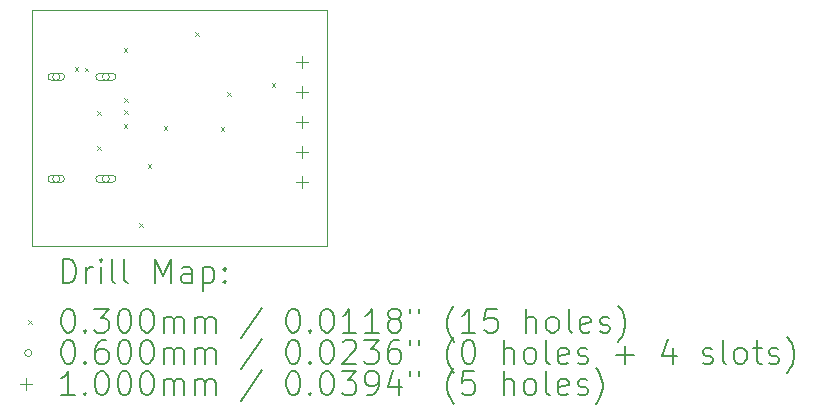
<source format=gbr>
%TF.GenerationSoftware,KiCad,Pcbnew,8.0.7*%
%TF.CreationDate,2025-01-24T00:56:13+09:00*%
%TF.ProjectId,ch340_silial_release,63683334-305f-4736-996c-69616c5f7265,rev?*%
%TF.SameCoordinates,Original*%
%TF.FileFunction,Drillmap*%
%TF.FilePolarity,Positive*%
%FSLAX45Y45*%
G04 Gerber Fmt 4.5, Leading zero omitted, Abs format (unit mm)*
G04 Created by KiCad (PCBNEW 8.0.7) date 2025-01-24 00:56:13*
%MOMM*%
%LPD*%
G01*
G04 APERTURE LIST*
%ADD10C,0.050000*%
%ADD11C,0.200000*%
%ADD12C,0.100000*%
G04 APERTURE END LIST*
D10*
X12677500Y-7000000D02*
X10177500Y-7000000D01*
X10177500Y-7000000D02*
X10177500Y-5001000D01*
X12677500Y-5000000D02*
X12677500Y-7000000D01*
X10177500Y-5000500D02*
X12677500Y-5000500D01*
D11*
D12*
X10537500Y-5487500D02*
X10567500Y-5517500D01*
X10567500Y-5487500D02*
X10537500Y-5517500D01*
X10622500Y-5492500D02*
X10652500Y-5522500D01*
X10652500Y-5492500D02*
X10622500Y-5522500D01*
X10727500Y-5860000D02*
X10757500Y-5890000D01*
X10757500Y-5860000D02*
X10727500Y-5890000D01*
X10730000Y-6157500D02*
X10760000Y-6187500D01*
X10760000Y-6157500D02*
X10730000Y-6187500D01*
X10955000Y-5325000D02*
X10985000Y-5355000D01*
X10985000Y-5325000D02*
X10955000Y-5355000D01*
X10955000Y-5971000D02*
X10985000Y-6001000D01*
X10985000Y-5971000D02*
X10955000Y-6001000D01*
X10957500Y-5750000D02*
X10987500Y-5780000D01*
X10987500Y-5750000D02*
X10957500Y-5780000D01*
X10959000Y-5851000D02*
X10989000Y-5881000D01*
X10989000Y-5851000D02*
X10959000Y-5881000D01*
X11082500Y-6810000D02*
X11112500Y-6840000D01*
X11112500Y-6810000D02*
X11082500Y-6840000D01*
X11155000Y-6310000D02*
X11185000Y-6340000D01*
X11185000Y-6310000D02*
X11155000Y-6340000D01*
X11292500Y-5987500D02*
X11322500Y-6017500D01*
X11322500Y-5987500D02*
X11292500Y-6017500D01*
X11557500Y-5190000D02*
X11587500Y-5220000D01*
X11587500Y-5190000D02*
X11557500Y-5220000D01*
X11775000Y-5996000D02*
X11805000Y-6026000D01*
X11805000Y-5996000D02*
X11775000Y-6026000D01*
X11830000Y-5697500D02*
X11860000Y-5727500D01*
X11860000Y-5697500D02*
X11830000Y-5727500D01*
X12204926Y-5622573D02*
X12234926Y-5652573D01*
X12234926Y-5622573D02*
X12204926Y-5652573D01*
X10412000Y-5569000D02*
G75*
G02*
X10352000Y-5569000I-30000J0D01*
G01*
X10352000Y-5569000D02*
G75*
G02*
X10412000Y-5569000I30000J0D01*
G01*
X10422000Y-5539000D02*
X10342000Y-5539000D01*
X10342000Y-5599000D02*
G75*
G02*
X10342000Y-5539000I0J30000D01*
G01*
X10342000Y-5599000D02*
X10422000Y-5599000D01*
X10422000Y-5599000D02*
G75*
G03*
X10422000Y-5539000I0J30000D01*
G01*
X10412000Y-6433000D02*
G75*
G02*
X10352000Y-6433000I-30000J0D01*
G01*
X10352000Y-6433000D02*
G75*
G02*
X10412000Y-6433000I30000J0D01*
G01*
X10422000Y-6403000D02*
X10342000Y-6403000D01*
X10342000Y-6463000D02*
G75*
G02*
X10342000Y-6403000I0J30000D01*
G01*
X10342000Y-6463000D02*
X10422000Y-6463000D01*
X10422000Y-6463000D02*
G75*
G03*
X10422000Y-6403000I0J30000D01*
G01*
X10832000Y-5569000D02*
G75*
G02*
X10772000Y-5569000I-30000J0D01*
G01*
X10772000Y-5569000D02*
G75*
G02*
X10832000Y-5569000I30000J0D01*
G01*
X10857000Y-5539000D02*
X10747000Y-5539000D01*
X10747000Y-5599000D02*
G75*
G02*
X10747000Y-5539000I0J30000D01*
G01*
X10747000Y-5599000D02*
X10857000Y-5599000D01*
X10857000Y-5599000D02*
G75*
G03*
X10857000Y-5539000I0J30000D01*
G01*
X10832000Y-6433000D02*
G75*
G02*
X10772000Y-6433000I-30000J0D01*
G01*
X10772000Y-6433000D02*
G75*
G02*
X10832000Y-6433000I30000J0D01*
G01*
X10857000Y-6403000D02*
X10747000Y-6403000D01*
X10747000Y-6463000D02*
G75*
G02*
X10747000Y-6403000I0J30000D01*
G01*
X10747000Y-6463000D02*
X10857000Y-6463000D01*
X10857000Y-6463000D02*
G75*
G03*
X10857000Y-6403000I0J30000D01*
G01*
X12465000Y-5391000D02*
X12465000Y-5491000D01*
X12415000Y-5441000D02*
X12515000Y-5441000D01*
X12465000Y-5645000D02*
X12465000Y-5745000D01*
X12415000Y-5695000D02*
X12515000Y-5695000D01*
X12465000Y-5899000D02*
X12465000Y-5999000D01*
X12415000Y-5949000D02*
X12515000Y-5949000D01*
X12465000Y-6153000D02*
X12465000Y-6253000D01*
X12415000Y-6203000D02*
X12515000Y-6203000D01*
X12465000Y-6407000D02*
X12465000Y-6507000D01*
X12415000Y-6457000D02*
X12515000Y-6457000D01*
D11*
X10435777Y-7313984D02*
X10435777Y-7113984D01*
X10435777Y-7113984D02*
X10483396Y-7113984D01*
X10483396Y-7113984D02*
X10511967Y-7123508D01*
X10511967Y-7123508D02*
X10531015Y-7142555D01*
X10531015Y-7142555D02*
X10540539Y-7161603D01*
X10540539Y-7161603D02*
X10550063Y-7199698D01*
X10550063Y-7199698D02*
X10550063Y-7228269D01*
X10550063Y-7228269D02*
X10540539Y-7266365D01*
X10540539Y-7266365D02*
X10531015Y-7285412D01*
X10531015Y-7285412D02*
X10511967Y-7304460D01*
X10511967Y-7304460D02*
X10483396Y-7313984D01*
X10483396Y-7313984D02*
X10435777Y-7313984D01*
X10635777Y-7313984D02*
X10635777Y-7180650D01*
X10635777Y-7218746D02*
X10645301Y-7199698D01*
X10645301Y-7199698D02*
X10654824Y-7190174D01*
X10654824Y-7190174D02*
X10673872Y-7180650D01*
X10673872Y-7180650D02*
X10692920Y-7180650D01*
X10759586Y-7313984D02*
X10759586Y-7180650D01*
X10759586Y-7113984D02*
X10750063Y-7123508D01*
X10750063Y-7123508D02*
X10759586Y-7133031D01*
X10759586Y-7133031D02*
X10769110Y-7123508D01*
X10769110Y-7123508D02*
X10759586Y-7113984D01*
X10759586Y-7113984D02*
X10759586Y-7133031D01*
X10883396Y-7313984D02*
X10864348Y-7304460D01*
X10864348Y-7304460D02*
X10854824Y-7285412D01*
X10854824Y-7285412D02*
X10854824Y-7113984D01*
X10988158Y-7313984D02*
X10969110Y-7304460D01*
X10969110Y-7304460D02*
X10959586Y-7285412D01*
X10959586Y-7285412D02*
X10959586Y-7113984D01*
X11216729Y-7313984D02*
X11216729Y-7113984D01*
X11216729Y-7113984D02*
X11283396Y-7256841D01*
X11283396Y-7256841D02*
X11350062Y-7113984D01*
X11350062Y-7113984D02*
X11350062Y-7313984D01*
X11531015Y-7313984D02*
X11531015Y-7209222D01*
X11531015Y-7209222D02*
X11521491Y-7190174D01*
X11521491Y-7190174D02*
X11502443Y-7180650D01*
X11502443Y-7180650D02*
X11464348Y-7180650D01*
X11464348Y-7180650D02*
X11445301Y-7190174D01*
X11531015Y-7304460D02*
X11511967Y-7313984D01*
X11511967Y-7313984D02*
X11464348Y-7313984D01*
X11464348Y-7313984D02*
X11445301Y-7304460D01*
X11445301Y-7304460D02*
X11435777Y-7285412D01*
X11435777Y-7285412D02*
X11435777Y-7266365D01*
X11435777Y-7266365D02*
X11445301Y-7247317D01*
X11445301Y-7247317D02*
X11464348Y-7237793D01*
X11464348Y-7237793D02*
X11511967Y-7237793D01*
X11511967Y-7237793D02*
X11531015Y-7228269D01*
X11626253Y-7180650D02*
X11626253Y-7380650D01*
X11626253Y-7190174D02*
X11645301Y-7180650D01*
X11645301Y-7180650D02*
X11683396Y-7180650D01*
X11683396Y-7180650D02*
X11702443Y-7190174D01*
X11702443Y-7190174D02*
X11711967Y-7199698D01*
X11711967Y-7199698D02*
X11721491Y-7218746D01*
X11721491Y-7218746D02*
X11721491Y-7275888D01*
X11721491Y-7275888D02*
X11711967Y-7294936D01*
X11711967Y-7294936D02*
X11702443Y-7304460D01*
X11702443Y-7304460D02*
X11683396Y-7313984D01*
X11683396Y-7313984D02*
X11645301Y-7313984D01*
X11645301Y-7313984D02*
X11626253Y-7304460D01*
X11807205Y-7294936D02*
X11816729Y-7304460D01*
X11816729Y-7304460D02*
X11807205Y-7313984D01*
X11807205Y-7313984D02*
X11797682Y-7304460D01*
X11797682Y-7304460D02*
X11807205Y-7294936D01*
X11807205Y-7294936D02*
X11807205Y-7313984D01*
X11807205Y-7190174D02*
X11816729Y-7199698D01*
X11816729Y-7199698D02*
X11807205Y-7209222D01*
X11807205Y-7209222D02*
X11797682Y-7199698D01*
X11797682Y-7199698D02*
X11807205Y-7190174D01*
X11807205Y-7190174D02*
X11807205Y-7209222D01*
D12*
X10145000Y-7627500D02*
X10175000Y-7657500D01*
X10175000Y-7627500D02*
X10145000Y-7657500D01*
D11*
X10473872Y-7533984D02*
X10492920Y-7533984D01*
X10492920Y-7533984D02*
X10511967Y-7543508D01*
X10511967Y-7543508D02*
X10521491Y-7553031D01*
X10521491Y-7553031D02*
X10531015Y-7572079D01*
X10531015Y-7572079D02*
X10540539Y-7610174D01*
X10540539Y-7610174D02*
X10540539Y-7657793D01*
X10540539Y-7657793D02*
X10531015Y-7695888D01*
X10531015Y-7695888D02*
X10521491Y-7714936D01*
X10521491Y-7714936D02*
X10511967Y-7724460D01*
X10511967Y-7724460D02*
X10492920Y-7733984D01*
X10492920Y-7733984D02*
X10473872Y-7733984D01*
X10473872Y-7733984D02*
X10454824Y-7724460D01*
X10454824Y-7724460D02*
X10445301Y-7714936D01*
X10445301Y-7714936D02*
X10435777Y-7695888D01*
X10435777Y-7695888D02*
X10426253Y-7657793D01*
X10426253Y-7657793D02*
X10426253Y-7610174D01*
X10426253Y-7610174D02*
X10435777Y-7572079D01*
X10435777Y-7572079D02*
X10445301Y-7553031D01*
X10445301Y-7553031D02*
X10454824Y-7543508D01*
X10454824Y-7543508D02*
X10473872Y-7533984D01*
X10626253Y-7714936D02*
X10635777Y-7724460D01*
X10635777Y-7724460D02*
X10626253Y-7733984D01*
X10626253Y-7733984D02*
X10616729Y-7724460D01*
X10616729Y-7724460D02*
X10626253Y-7714936D01*
X10626253Y-7714936D02*
X10626253Y-7733984D01*
X10702444Y-7533984D02*
X10826253Y-7533984D01*
X10826253Y-7533984D02*
X10759586Y-7610174D01*
X10759586Y-7610174D02*
X10788158Y-7610174D01*
X10788158Y-7610174D02*
X10807205Y-7619698D01*
X10807205Y-7619698D02*
X10816729Y-7629222D01*
X10816729Y-7629222D02*
X10826253Y-7648269D01*
X10826253Y-7648269D02*
X10826253Y-7695888D01*
X10826253Y-7695888D02*
X10816729Y-7714936D01*
X10816729Y-7714936D02*
X10807205Y-7724460D01*
X10807205Y-7724460D02*
X10788158Y-7733984D01*
X10788158Y-7733984D02*
X10731015Y-7733984D01*
X10731015Y-7733984D02*
X10711967Y-7724460D01*
X10711967Y-7724460D02*
X10702444Y-7714936D01*
X10950063Y-7533984D02*
X10969110Y-7533984D01*
X10969110Y-7533984D02*
X10988158Y-7543508D01*
X10988158Y-7543508D02*
X10997682Y-7553031D01*
X10997682Y-7553031D02*
X11007205Y-7572079D01*
X11007205Y-7572079D02*
X11016729Y-7610174D01*
X11016729Y-7610174D02*
X11016729Y-7657793D01*
X11016729Y-7657793D02*
X11007205Y-7695888D01*
X11007205Y-7695888D02*
X10997682Y-7714936D01*
X10997682Y-7714936D02*
X10988158Y-7724460D01*
X10988158Y-7724460D02*
X10969110Y-7733984D01*
X10969110Y-7733984D02*
X10950063Y-7733984D01*
X10950063Y-7733984D02*
X10931015Y-7724460D01*
X10931015Y-7724460D02*
X10921491Y-7714936D01*
X10921491Y-7714936D02*
X10911967Y-7695888D01*
X10911967Y-7695888D02*
X10902444Y-7657793D01*
X10902444Y-7657793D02*
X10902444Y-7610174D01*
X10902444Y-7610174D02*
X10911967Y-7572079D01*
X10911967Y-7572079D02*
X10921491Y-7553031D01*
X10921491Y-7553031D02*
X10931015Y-7543508D01*
X10931015Y-7543508D02*
X10950063Y-7533984D01*
X11140539Y-7533984D02*
X11159586Y-7533984D01*
X11159586Y-7533984D02*
X11178634Y-7543508D01*
X11178634Y-7543508D02*
X11188158Y-7553031D01*
X11188158Y-7553031D02*
X11197682Y-7572079D01*
X11197682Y-7572079D02*
X11207205Y-7610174D01*
X11207205Y-7610174D02*
X11207205Y-7657793D01*
X11207205Y-7657793D02*
X11197682Y-7695888D01*
X11197682Y-7695888D02*
X11188158Y-7714936D01*
X11188158Y-7714936D02*
X11178634Y-7724460D01*
X11178634Y-7724460D02*
X11159586Y-7733984D01*
X11159586Y-7733984D02*
X11140539Y-7733984D01*
X11140539Y-7733984D02*
X11121491Y-7724460D01*
X11121491Y-7724460D02*
X11111967Y-7714936D01*
X11111967Y-7714936D02*
X11102444Y-7695888D01*
X11102444Y-7695888D02*
X11092920Y-7657793D01*
X11092920Y-7657793D02*
X11092920Y-7610174D01*
X11092920Y-7610174D02*
X11102444Y-7572079D01*
X11102444Y-7572079D02*
X11111967Y-7553031D01*
X11111967Y-7553031D02*
X11121491Y-7543508D01*
X11121491Y-7543508D02*
X11140539Y-7533984D01*
X11292920Y-7733984D02*
X11292920Y-7600650D01*
X11292920Y-7619698D02*
X11302443Y-7610174D01*
X11302443Y-7610174D02*
X11321491Y-7600650D01*
X11321491Y-7600650D02*
X11350063Y-7600650D01*
X11350063Y-7600650D02*
X11369110Y-7610174D01*
X11369110Y-7610174D02*
X11378634Y-7629222D01*
X11378634Y-7629222D02*
X11378634Y-7733984D01*
X11378634Y-7629222D02*
X11388158Y-7610174D01*
X11388158Y-7610174D02*
X11407205Y-7600650D01*
X11407205Y-7600650D02*
X11435777Y-7600650D01*
X11435777Y-7600650D02*
X11454824Y-7610174D01*
X11454824Y-7610174D02*
X11464348Y-7629222D01*
X11464348Y-7629222D02*
X11464348Y-7733984D01*
X11559586Y-7733984D02*
X11559586Y-7600650D01*
X11559586Y-7619698D02*
X11569110Y-7610174D01*
X11569110Y-7610174D02*
X11588158Y-7600650D01*
X11588158Y-7600650D02*
X11616729Y-7600650D01*
X11616729Y-7600650D02*
X11635777Y-7610174D01*
X11635777Y-7610174D02*
X11645301Y-7629222D01*
X11645301Y-7629222D02*
X11645301Y-7733984D01*
X11645301Y-7629222D02*
X11654824Y-7610174D01*
X11654824Y-7610174D02*
X11673872Y-7600650D01*
X11673872Y-7600650D02*
X11702443Y-7600650D01*
X11702443Y-7600650D02*
X11721491Y-7610174D01*
X11721491Y-7610174D02*
X11731015Y-7629222D01*
X11731015Y-7629222D02*
X11731015Y-7733984D01*
X12121491Y-7524460D02*
X11950063Y-7781603D01*
X12378634Y-7533984D02*
X12397682Y-7533984D01*
X12397682Y-7533984D02*
X12416729Y-7543508D01*
X12416729Y-7543508D02*
X12426253Y-7553031D01*
X12426253Y-7553031D02*
X12435777Y-7572079D01*
X12435777Y-7572079D02*
X12445301Y-7610174D01*
X12445301Y-7610174D02*
X12445301Y-7657793D01*
X12445301Y-7657793D02*
X12435777Y-7695888D01*
X12435777Y-7695888D02*
X12426253Y-7714936D01*
X12426253Y-7714936D02*
X12416729Y-7724460D01*
X12416729Y-7724460D02*
X12397682Y-7733984D01*
X12397682Y-7733984D02*
X12378634Y-7733984D01*
X12378634Y-7733984D02*
X12359586Y-7724460D01*
X12359586Y-7724460D02*
X12350063Y-7714936D01*
X12350063Y-7714936D02*
X12340539Y-7695888D01*
X12340539Y-7695888D02*
X12331015Y-7657793D01*
X12331015Y-7657793D02*
X12331015Y-7610174D01*
X12331015Y-7610174D02*
X12340539Y-7572079D01*
X12340539Y-7572079D02*
X12350063Y-7553031D01*
X12350063Y-7553031D02*
X12359586Y-7543508D01*
X12359586Y-7543508D02*
X12378634Y-7533984D01*
X12531015Y-7714936D02*
X12540539Y-7724460D01*
X12540539Y-7724460D02*
X12531015Y-7733984D01*
X12531015Y-7733984D02*
X12521491Y-7724460D01*
X12521491Y-7724460D02*
X12531015Y-7714936D01*
X12531015Y-7714936D02*
X12531015Y-7733984D01*
X12664348Y-7533984D02*
X12683396Y-7533984D01*
X12683396Y-7533984D02*
X12702444Y-7543508D01*
X12702444Y-7543508D02*
X12711967Y-7553031D01*
X12711967Y-7553031D02*
X12721491Y-7572079D01*
X12721491Y-7572079D02*
X12731015Y-7610174D01*
X12731015Y-7610174D02*
X12731015Y-7657793D01*
X12731015Y-7657793D02*
X12721491Y-7695888D01*
X12721491Y-7695888D02*
X12711967Y-7714936D01*
X12711967Y-7714936D02*
X12702444Y-7724460D01*
X12702444Y-7724460D02*
X12683396Y-7733984D01*
X12683396Y-7733984D02*
X12664348Y-7733984D01*
X12664348Y-7733984D02*
X12645301Y-7724460D01*
X12645301Y-7724460D02*
X12635777Y-7714936D01*
X12635777Y-7714936D02*
X12626253Y-7695888D01*
X12626253Y-7695888D02*
X12616729Y-7657793D01*
X12616729Y-7657793D02*
X12616729Y-7610174D01*
X12616729Y-7610174D02*
X12626253Y-7572079D01*
X12626253Y-7572079D02*
X12635777Y-7553031D01*
X12635777Y-7553031D02*
X12645301Y-7543508D01*
X12645301Y-7543508D02*
X12664348Y-7533984D01*
X12921491Y-7733984D02*
X12807206Y-7733984D01*
X12864348Y-7733984D02*
X12864348Y-7533984D01*
X12864348Y-7533984D02*
X12845301Y-7562555D01*
X12845301Y-7562555D02*
X12826253Y-7581603D01*
X12826253Y-7581603D02*
X12807206Y-7591127D01*
X13111967Y-7733984D02*
X12997682Y-7733984D01*
X13054825Y-7733984D02*
X13054825Y-7533984D01*
X13054825Y-7533984D02*
X13035777Y-7562555D01*
X13035777Y-7562555D02*
X13016729Y-7581603D01*
X13016729Y-7581603D02*
X12997682Y-7591127D01*
X13226253Y-7619698D02*
X13207206Y-7610174D01*
X13207206Y-7610174D02*
X13197682Y-7600650D01*
X13197682Y-7600650D02*
X13188158Y-7581603D01*
X13188158Y-7581603D02*
X13188158Y-7572079D01*
X13188158Y-7572079D02*
X13197682Y-7553031D01*
X13197682Y-7553031D02*
X13207206Y-7543508D01*
X13207206Y-7543508D02*
X13226253Y-7533984D01*
X13226253Y-7533984D02*
X13264348Y-7533984D01*
X13264348Y-7533984D02*
X13283396Y-7543508D01*
X13283396Y-7543508D02*
X13292920Y-7553031D01*
X13292920Y-7553031D02*
X13302444Y-7572079D01*
X13302444Y-7572079D02*
X13302444Y-7581603D01*
X13302444Y-7581603D02*
X13292920Y-7600650D01*
X13292920Y-7600650D02*
X13283396Y-7610174D01*
X13283396Y-7610174D02*
X13264348Y-7619698D01*
X13264348Y-7619698D02*
X13226253Y-7619698D01*
X13226253Y-7619698D02*
X13207206Y-7629222D01*
X13207206Y-7629222D02*
X13197682Y-7638746D01*
X13197682Y-7638746D02*
X13188158Y-7657793D01*
X13188158Y-7657793D02*
X13188158Y-7695888D01*
X13188158Y-7695888D02*
X13197682Y-7714936D01*
X13197682Y-7714936D02*
X13207206Y-7724460D01*
X13207206Y-7724460D02*
X13226253Y-7733984D01*
X13226253Y-7733984D02*
X13264348Y-7733984D01*
X13264348Y-7733984D02*
X13283396Y-7724460D01*
X13283396Y-7724460D02*
X13292920Y-7714936D01*
X13292920Y-7714936D02*
X13302444Y-7695888D01*
X13302444Y-7695888D02*
X13302444Y-7657793D01*
X13302444Y-7657793D02*
X13292920Y-7638746D01*
X13292920Y-7638746D02*
X13283396Y-7629222D01*
X13283396Y-7629222D02*
X13264348Y-7619698D01*
X13378634Y-7533984D02*
X13378634Y-7572079D01*
X13454825Y-7533984D02*
X13454825Y-7572079D01*
X13750063Y-7810174D02*
X13740539Y-7800650D01*
X13740539Y-7800650D02*
X13721491Y-7772079D01*
X13721491Y-7772079D02*
X13711968Y-7753031D01*
X13711968Y-7753031D02*
X13702444Y-7724460D01*
X13702444Y-7724460D02*
X13692920Y-7676841D01*
X13692920Y-7676841D02*
X13692920Y-7638746D01*
X13692920Y-7638746D02*
X13702444Y-7591127D01*
X13702444Y-7591127D02*
X13711968Y-7562555D01*
X13711968Y-7562555D02*
X13721491Y-7543508D01*
X13721491Y-7543508D02*
X13740539Y-7514936D01*
X13740539Y-7514936D02*
X13750063Y-7505412D01*
X13931015Y-7733984D02*
X13816729Y-7733984D01*
X13873872Y-7733984D02*
X13873872Y-7533984D01*
X13873872Y-7533984D02*
X13854825Y-7562555D01*
X13854825Y-7562555D02*
X13835777Y-7581603D01*
X13835777Y-7581603D02*
X13816729Y-7591127D01*
X14111968Y-7533984D02*
X14016729Y-7533984D01*
X14016729Y-7533984D02*
X14007206Y-7629222D01*
X14007206Y-7629222D02*
X14016729Y-7619698D01*
X14016729Y-7619698D02*
X14035777Y-7610174D01*
X14035777Y-7610174D02*
X14083396Y-7610174D01*
X14083396Y-7610174D02*
X14102444Y-7619698D01*
X14102444Y-7619698D02*
X14111968Y-7629222D01*
X14111968Y-7629222D02*
X14121491Y-7648269D01*
X14121491Y-7648269D02*
X14121491Y-7695888D01*
X14121491Y-7695888D02*
X14111968Y-7714936D01*
X14111968Y-7714936D02*
X14102444Y-7724460D01*
X14102444Y-7724460D02*
X14083396Y-7733984D01*
X14083396Y-7733984D02*
X14035777Y-7733984D01*
X14035777Y-7733984D02*
X14016729Y-7724460D01*
X14016729Y-7724460D02*
X14007206Y-7714936D01*
X14359587Y-7733984D02*
X14359587Y-7533984D01*
X14445301Y-7733984D02*
X14445301Y-7629222D01*
X14445301Y-7629222D02*
X14435777Y-7610174D01*
X14435777Y-7610174D02*
X14416730Y-7600650D01*
X14416730Y-7600650D02*
X14388158Y-7600650D01*
X14388158Y-7600650D02*
X14369110Y-7610174D01*
X14369110Y-7610174D02*
X14359587Y-7619698D01*
X14569110Y-7733984D02*
X14550063Y-7724460D01*
X14550063Y-7724460D02*
X14540539Y-7714936D01*
X14540539Y-7714936D02*
X14531015Y-7695888D01*
X14531015Y-7695888D02*
X14531015Y-7638746D01*
X14531015Y-7638746D02*
X14540539Y-7619698D01*
X14540539Y-7619698D02*
X14550063Y-7610174D01*
X14550063Y-7610174D02*
X14569110Y-7600650D01*
X14569110Y-7600650D02*
X14597682Y-7600650D01*
X14597682Y-7600650D02*
X14616730Y-7610174D01*
X14616730Y-7610174D02*
X14626253Y-7619698D01*
X14626253Y-7619698D02*
X14635777Y-7638746D01*
X14635777Y-7638746D02*
X14635777Y-7695888D01*
X14635777Y-7695888D02*
X14626253Y-7714936D01*
X14626253Y-7714936D02*
X14616730Y-7724460D01*
X14616730Y-7724460D02*
X14597682Y-7733984D01*
X14597682Y-7733984D02*
X14569110Y-7733984D01*
X14750063Y-7733984D02*
X14731015Y-7724460D01*
X14731015Y-7724460D02*
X14721491Y-7705412D01*
X14721491Y-7705412D02*
X14721491Y-7533984D01*
X14902444Y-7724460D02*
X14883396Y-7733984D01*
X14883396Y-7733984D02*
X14845301Y-7733984D01*
X14845301Y-7733984D02*
X14826253Y-7724460D01*
X14826253Y-7724460D02*
X14816730Y-7705412D01*
X14816730Y-7705412D02*
X14816730Y-7629222D01*
X14816730Y-7629222D02*
X14826253Y-7610174D01*
X14826253Y-7610174D02*
X14845301Y-7600650D01*
X14845301Y-7600650D02*
X14883396Y-7600650D01*
X14883396Y-7600650D02*
X14902444Y-7610174D01*
X14902444Y-7610174D02*
X14911968Y-7629222D01*
X14911968Y-7629222D02*
X14911968Y-7648269D01*
X14911968Y-7648269D02*
X14816730Y-7667317D01*
X14988158Y-7724460D02*
X15007206Y-7733984D01*
X15007206Y-7733984D02*
X15045301Y-7733984D01*
X15045301Y-7733984D02*
X15064349Y-7724460D01*
X15064349Y-7724460D02*
X15073872Y-7705412D01*
X15073872Y-7705412D02*
X15073872Y-7695888D01*
X15073872Y-7695888D02*
X15064349Y-7676841D01*
X15064349Y-7676841D02*
X15045301Y-7667317D01*
X15045301Y-7667317D02*
X15016730Y-7667317D01*
X15016730Y-7667317D02*
X14997682Y-7657793D01*
X14997682Y-7657793D02*
X14988158Y-7638746D01*
X14988158Y-7638746D02*
X14988158Y-7629222D01*
X14988158Y-7629222D02*
X14997682Y-7610174D01*
X14997682Y-7610174D02*
X15016730Y-7600650D01*
X15016730Y-7600650D02*
X15045301Y-7600650D01*
X15045301Y-7600650D02*
X15064349Y-7610174D01*
X15140539Y-7810174D02*
X15150063Y-7800650D01*
X15150063Y-7800650D02*
X15169111Y-7772079D01*
X15169111Y-7772079D02*
X15178634Y-7753031D01*
X15178634Y-7753031D02*
X15188158Y-7724460D01*
X15188158Y-7724460D02*
X15197682Y-7676841D01*
X15197682Y-7676841D02*
X15197682Y-7638746D01*
X15197682Y-7638746D02*
X15188158Y-7591127D01*
X15188158Y-7591127D02*
X15178634Y-7562555D01*
X15178634Y-7562555D02*
X15169111Y-7543508D01*
X15169111Y-7543508D02*
X15150063Y-7514936D01*
X15150063Y-7514936D02*
X15140539Y-7505412D01*
D12*
X10175000Y-7906500D02*
G75*
G02*
X10115000Y-7906500I-30000J0D01*
G01*
X10115000Y-7906500D02*
G75*
G02*
X10175000Y-7906500I30000J0D01*
G01*
D11*
X10473872Y-7797984D02*
X10492920Y-7797984D01*
X10492920Y-7797984D02*
X10511967Y-7807508D01*
X10511967Y-7807508D02*
X10521491Y-7817031D01*
X10521491Y-7817031D02*
X10531015Y-7836079D01*
X10531015Y-7836079D02*
X10540539Y-7874174D01*
X10540539Y-7874174D02*
X10540539Y-7921793D01*
X10540539Y-7921793D02*
X10531015Y-7959888D01*
X10531015Y-7959888D02*
X10521491Y-7978936D01*
X10521491Y-7978936D02*
X10511967Y-7988460D01*
X10511967Y-7988460D02*
X10492920Y-7997984D01*
X10492920Y-7997984D02*
X10473872Y-7997984D01*
X10473872Y-7997984D02*
X10454824Y-7988460D01*
X10454824Y-7988460D02*
X10445301Y-7978936D01*
X10445301Y-7978936D02*
X10435777Y-7959888D01*
X10435777Y-7959888D02*
X10426253Y-7921793D01*
X10426253Y-7921793D02*
X10426253Y-7874174D01*
X10426253Y-7874174D02*
X10435777Y-7836079D01*
X10435777Y-7836079D02*
X10445301Y-7817031D01*
X10445301Y-7817031D02*
X10454824Y-7807508D01*
X10454824Y-7807508D02*
X10473872Y-7797984D01*
X10626253Y-7978936D02*
X10635777Y-7988460D01*
X10635777Y-7988460D02*
X10626253Y-7997984D01*
X10626253Y-7997984D02*
X10616729Y-7988460D01*
X10616729Y-7988460D02*
X10626253Y-7978936D01*
X10626253Y-7978936D02*
X10626253Y-7997984D01*
X10807205Y-7797984D02*
X10769110Y-7797984D01*
X10769110Y-7797984D02*
X10750063Y-7807508D01*
X10750063Y-7807508D02*
X10740539Y-7817031D01*
X10740539Y-7817031D02*
X10721491Y-7845603D01*
X10721491Y-7845603D02*
X10711967Y-7883698D01*
X10711967Y-7883698D02*
X10711967Y-7959888D01*
X10711967Y-7959888D02*
X10721491Y-7978936D01*
X10721491Y-7978936D02*
X10731015Y-7988460D01*
X10731015Y-7988460D02*
X10750063Y-7997984D01*
X10750063Y-7997984D02*
X10788158Y-7997984D01*
X10788158Y-7997984D02*
X10807205Y-7988460D01*
X10807205Y-7988460D02*
X10816729Y-7978936D01*
X10816729Y-7978936D02*
X10826253Y-7959888D01*
X10826253Y-7959888D02*
X10826253Y-7912269D01*
X10826253Y-7912269D02*
X10816729Y-7893222D01*
X10816729Y-7893222D02*
X10807205Y-7883698D01*
X10807205Y-7883698D02*
X10788158Y-7874174D01*
X10788158Y-7874174D02*
X10750063Y-7874174D01*
X10750063Y-7874174D02*
X10731015Y-7883698D01*
X10731015Y-7883698D02*
X10721491Y-7893222D01*
X10721491Y-7893222D02*
X10711967Y-7912269D01*
X10950063Y-7797984D02*
X10969110Y-7797984D01*
X10969110Y-7797984D02*
X10988158Y-7807508D01*
X10988158Y-7807508D02*
X10997682Y-7817031D01*
X10997682Y-7817031D02*
X11007205Y-7836079D01*
X11007205Y-7836079D02*
X11016729Y-7874174D01*
X11016729Y-7874174D02*
X11016729Y-7921793D01*
X11016729Y-7921793D02*
X11007205Y-7959888D01*
X11007205Y-7959888D02*
X10997682Y-7978936D01*
X10997682Y-7978936D02*
X10988158Y-7988460D01*
X10988158Y-7988460D02*
X10969110Y-7997984D01*
X10969110Y-7997984D02*
X10950063Y-7997984D01*
X10950063Y-7997984D02*
X10931015Y-7988460D01*
X10931015Y-7988460D02*
X10921491Y-7978936D01*
X10921491Y-7978936D02*
X10911967Y-7959888D01*
X10911967Y-7959888D02*
X10902444Y-7921793D01*
X10902444Y-7921793D02*
X10902444Y-7874174D01*
X10902444Y-7874174D02*
X10911967Y-7836079D01*
X10911967Y-7836079D02*
X10921491Y-7817031D01*
X10921491Y-7817031D02*
X10931015Y-7807508D01*
X10931015Y-7807508D02*
X10950063Y-7797984D01*
X11140539Y-7797984D02*
X11159586Y-7797984D01*
X11159586Y-7797984D02*
X11178634Y-7807508D01*
X11178634Y-7807508D02*
X11188158Y-7817031D01*
X11188158Y-7817031D02*
X11197682Y-7836079D01*
X11197682Y-7836079D02*
X11207205Y-7874174D01*
X11207205Y-7874174D02*
X11207205Y-7921793D01*
X11207205Y-7921793D02*
X11197682Y-7959888D01*
X11197682Y-7959888D02*
X11188158Y-7978936D01*
X11188158Y-7978936D02*
X11178634Y-7988460D01*
X11178634Y-7988460D02*
X11159586Y-7997984D01*
X11159586Y-7997984D02*
X11140539Y-7997984D01*
X11140539Y-7997984D02*
X11121491Y-7988460D01*
X11121491Y-7988460D02*
X11111967Y-7978936D01*
X11111967Y-7978936D02*
X11102444Y-7959888D01*
X11102444Y-7959888D02*
X11092920Y-7921793D01*
X11092920Y-7921793D02*
X11092920Y-7874174D01*
X11092920Y-7874174D02*
X11102444Y-7836079D01*
X11102444Y-7836079D02*
X11111967Y-7817031D01*
X11111967Y-7817031D02*
X11121491Y-7807508D01*
X11121491Y-7807508D02*
X11140539Y-7797984D01*
X11292920Y-7997984D02*
X11292920Y-7864650D01*
X11292920Y-7883698D02*
X11302443Y-7874174D01*
X11302443Y-7874174D02*
X11321491Y-7864650D01*
X11321491Y-7864650D02*
X11350063Y-7864650D01*
X11350063Y-7864650D02*
X11369110Y-7874174D01*
X11369110Y-7874174D02*
X11378634Y-7893222D01*
X11378634Y-7893222D02*
X11378634Y-7997984D01*
X11378634Y-7893222D02*
X11388158Y-7874174D01*
X11388158Y-7874174D02*
X11407205Y-7864650D01*
X11407205Y-7864650D02*
X11435777Y-7864650D01*
X11435777Y-7864650D02*
X11454824Y-7874174D01*
X11454824Y-7874174D02*
X11464348Y-7893222D01*
X11464348Y-7893222D02*
X11464348Y-7997984D01*
X11559586Y-7997984D02*
X11559586Y-7864650D01*
X11559586Y-7883698D02*
X11569110Y-7874174D01*
X11569110Y-7874174D02*
X11588158Y-7864650D01*
X11588158Y-7864650D02*
X11616729Y-7864650D01*
X11616729Y-7864650D02*
X11635777Y-7874174D01*
X11635777Y-7874174D02*
X11645301Y-7893222D01*
X11645301Y-7893222D02*
X11645301Y-7997984D01*
X11645301Y-7893222D02*
X11654824Y-7874174D01*
X11654824Y-7874174D02*
X11673872Y-7864650D01*
X11673872Y-7864650D02*
X11702443Y-7864650D01*
X11702443Y-7864650D02*
X11721491Y-7874174D01*
X11721491Y-7874174D02*
X11731015Y-7893222D01*
X11731015Y-7893222D02*
X11731015Y-7997984D01*
X12121491Y-7788460D02*
X11950063Y-8045603D01*
X12378634Y-7797984D02*
X12397682Y-7797984D01*
X12397682Y-7797984D02*
X12416729Y-7807508D01*
X12416729Y-7807508D02*
X12426253Y-7817031D01*
X12426253Y-7817031D02*
X12435777Y-7836079D01*
X12435777Y-7836079D02*
X12445301Y-7874174D01*
X12445301Y-7874174D02*
X12445301Y-7921793D01*
X12445301Y-7921793D02*
X12435777Y-7959888D01*
X12435777Y-7959888D02*
X12426253Y-7978936D01*
X12426253Y-7978936D02*
X12416729Y-7988460D01*
X12416729Y-7988460D02*
X12397682Y-7997984D01*
X12397682Y-7997984D02*
X12378634Y-7997984D01*
X12378634Y-7997984D02*
X12359586Y-7988460D01*
X12359586Y-7988460D02*
X12350063Y-7978936D01*
X12350063Y-7978936D02*
X12340539Y-7959888D01*
X12340539Y-7959888D02*
X12331015Y-7921793D01*
X12331015Y-7921793D02*
X12331015Y-7874174D01*
X12331015Y-7874174D02*
X12340539Y-7836079D01*
X12340539Y-7836079D02*
X12350063Y-7817031D01*
X12350063Y-7817031D02*
X12359586Y-7807508D01*
X12359586Y-7807508D02*
X12378634Y-7797984D01*
X12531015Y-7978936D02*
X12540539Y-7988460D01*
X12540539Y-7988460D02*
X12531015Y-7997984D01*
X12531015Y-7997984D02*
X12521491Y-7988460D01*
X12521491Y-7988460D02*
X12531015Y-7978936D01*
X12531015Y-7978936D02*
X12531015Y-7997984D01*
X12664348Y-7797984D02*
X12683396Y-7797984D01*
X12683396Y-7797984D02*
X12702444Y-7807508D01*
X12702444Y-7807508D02*
X12711967Y-7817031D01*
X12711967Y-7817031D02*
X12721491Y-7836079D01*
X12721491Y-7836079D02*
X12731015Y-7874174D01*
X12731015Y-7874174D02*
X12731015Y-7921793D01*
X12731015Y-7921793D02*
X12721491Y-7959888D01*
X12721491Y-7959888D02*
X12711967Y-7978936D01*
X12711967Y-7978936D02*
X12702444Y-7988460D01*
X12702444Y-7988460D02*
X12683396Y-7997984D01*
X12683396Y-7997984D02*
X12664348Y-7997984D01*
X12664348Y-7997984D02*
X12645301Y-7988460D01*
X12645301Y-7988460D02*
X12635777Y-7978936D01*
X12635777Y-7978936D02*
X12626253Y-7959888D01*
X12626253Y-7959888D02*
X12616729Y-7921793D01*
X12616729Y-7921793D02*
X12616729Y-7874174D01*
X12616729Y-7874174D02*
X12626253Y-7836079D01*
X12626253Y-7836079D02*
X12635777Y-7817031D01*
X12635777Y-7817031D02*
X12645301Y-7807508D01*
X12645301Y-7807508D02*
X12664348Y-7797984D01*
X12807206Y-7817031D02*
X12816729Y-7807508D01*
X12816729Y-7807508D02*
X12835777Y-7797984D01*
X12835777Y-7797984D02*
X12883396Y-7797984D01*
X12883396Y-7797984D02*
X12902444Y-7807508D01*
X12902444Y-7807508D02*
X12911967Y-7817031D01*
X12911967Y-7817031D02*
X12921491Y-7836079D01*
X12921491Y-7836079D02*
X12921491Y-7855127D01*
X12921491Y-7855127D02*
X12911967Y-7883698D01*
X12911967Y-7883698D02*
X12797682Y-7997984D01*
X12797682Y-7997984D02*
X12921491Y-7997984D01*
X12988158Y-7797984D02*
X13111967Y-7797984D01*
X13111967Y-7797984D02*
X13045301Y-7874174D01*
X13045301Y-7874174D02*
X13073872Y-7874174D01*
X13073872Y-7874174D02*
X13092920Y-7883698D01*
X13092920Y-7883698D02*
X13102444Y-7893222D01*
X13102444Y-7893222D02*
X13111967Y-7912269D01*
X13111967Y-7912269D02*
X13111967Y-7959888D01*
X13111967Y-7959888D02*
X13102444Y-7978936D01*
X13102444Y-7978936D02*
X13092920Y-7988460D01*
X13092920Y-7988460D02*
X13073872Y-7997984D01*
X13073872Y-7997984D02*
X13016729Y-7997984D01*
X13016729Y-7997984D02*
X12997682Y-7988460D01*
X12997682Y-7988460D02*
X12988158Y-7978936D01*
X13283396Y-7797984D02*
X13245301Y-7797984D01*
X13245301Y-7797984D02*
X13226253Y-7807508D01*
X13226253Y-7807508D02*
X13216729Y-7817031D01*
X13216729Y-7817031D02*
X13197682Y-7845603D01*
X13197682Y-7845603D02*
X13188158Y-7883698D01*
X13188158Y-7883698D02*
X13188158Y-7959888D01*
X13188158Y-7959888D02*
X13197682Y-7978936D01*
X13197682Y-7978936D02*
X13207206Y-7988460D01*
X13207206Y-7988460D02*
X13226253Y-7997984D01*
X13226253Y-7997984D02*
X13264348Y-7997984D01*
X13264348Y-7997984D02*
X13283396Y-7988460D01*
X13283396Y-7988460D02*
X13292920Y-7978936D01*
X13292920Y-7978936D02*
X13302444Y-7959888D01*
X13302444Y-7959888D02*
X13302444Y-7912269D01*
X13302444Y-7912269D02*
X13292920Y-7893222D01*
X13292920Y-7893222D02*
X13283396Y-7883698D01*
X13283396Y-7883698D02*
X13264348Y-7874174D01*
X13264348Y-7874174D02*
X13226253Y-7874174D01*
X13226253Y-7874174D02*
X13207206Y-7883698D01*
X13207206Y-7883698D02*
X13197682Y-7893222D01*
X13197682Y-7893222D02*
X13188158Y-7912269D01*
X13378634Y-7797984D02*
X13378634Y-7836079D01*
X13454825Y-7797984D02*
X13454825Y-7836079D01*
X13750063Y-8074174D02*
X13740539Y-8064650D01*
X13740539Y-8064650D02*
X13721491Y-8036079D01*
X13721491Y-8036079D02*
X13711968Y-8017031D01*
X13711968Y-8017031D02*
X13702444Y-7988460D01*
X13702444Y-7988460D02*
X13692920Y-7940841D01*
X13692920Y-7940841D02*
X13692920Y-7902746D01*
X13692920Y-7902746D02*
X13702444Y-7855127D01*
X13702444Y-7855127D02*
X13711968Y-7826555D01*
X13711968Y-7826555D02*
X13721491Y-7807508D01*
X13721491Y-7807508D02*
X13740539Y-7778936D01*
X13740539Y-7778936D02*
X13750063Y-7769412D01*
X13864348Y-7797984D02*
X13883396Y-7797984D01*
X13883396Y-7797984D02*
X13902444Y-7807508D01*
X13902444Y-7807508D02*
X13911968Y-7817031D01*
X13911968Y-7817031D02*
X13921491Y-7836079D01*
X13921491Y-7836079D02*
X13931015Y-7874174D01*
X13931015Y-7874174D02*
X13931015Y-7921793D01*
X13931015Y-7921793D02*
X13921491Y-7959888D01*
X13921491Y-7959888D02*
X13911968Y-7978936D01*
X13911968Y-7978936D02*
X13902444Y-7988460D01*
X13902444Y-7988460D02*
X13883396Y-7997984D01*
X13883396Y-7997984D02*
X13864348Y-7997984D01*
X13864348Y-7997984D02*
X13845301Y-7988460D01*
X13845301Y-7988460D02*
X13835777Y-7978936D01*
X13835777Y-7978936D02*
X13826253Y-7959888D01*
X13826253Y-7959888D02*
X13816729Y-7921793D01*
X13816729Y-7921793D02*
X13816729Y-7874174D01*
X13816729Y-7874174D02*
X13826253Y-7836079D01*
X13826253Y-7836079D02*
X13835777Y-7817031D01*
X13835777Y-7817031D02*
X13845301Y-7807508D01*
X13845301Y-7807508D02*
X13864348Y-7797984D01*
X14169110Y-7997984D02*
X14169110Y-7797984D01*
X14254825Y-7997984D02*
X14254825Y-7893222D01*
X14254825Y-7893222D02*
X14245301Y-7874174D01*
X14245301Y-7874174D02*
X14226253Y-7864650D01*
X14226253Y-7864650D02*
X14197682Y-7864650D01*
X14197682Y-7864650D02*
X14178634Y-7874174D01*
X14178634Y-7874174D02*
X14169110Y-7883698D01*
X14378634Y-7997984D02*
X14359587Y-7988460D01*
X14359587Y-7988460D02*
X14350063Y-7978936D01*
X14350063Y-7978936D02*
X14340539Y-7959888D01*
X14340539Y-7959888D02*
X14340539Y-7902746D01*
X14340539Y-7902746D02*
X14350063Y-7883698D01*
X14350063Y-7883698D02*
X14359587Y-7874174D01*
X14359587Y-7874174D02*
X14378634Y-7864650D01*
X14378634Y-7864650D02*
X14407206Y-7864650D01*
X14407206Y-7864650D02*
X14426253Y-7874174D01*
X14426253Y-7874174D02*
X14435777Y-7883698D01*
X14435777Y-7883698D02*
X14445301Y-7902746D01*
X14445301Y-7902746D02*
X14445301Y-7959888D01*
X14445301Y-7959888D02*
X14435777Y-7978936D01*
X14435777Y-7978936D02*
X14426253Y-7988460D01*
X14426253Y-7988460D02*
X14407206Y-7997984D01*
X14407206Y-7997984D02*
X14378634Y-7997984D01*
X14559587Y-7997984D02*
X14540539Y-7988460D01*
X14540539Y-7988460D02*
X14531015Y-7969412D01*
X14531015Y-7969412D02*
X14531015Y-7797984D01*
X14711968Y-7988460D02*
X14692920Y-7997984D01*
X14692920Y-7997984D02*
X14654825Y-7997984D01*
X14654825Y-7997984D02*
X14635777Y-7988460D01*
X14635777Y-7988460D02*
X14626253Y-7969412D01*
X14626253Y-7969412D02*
X14626253Y-7893222D01*
X14626253Y-7893222D02*
X14635777Y-7874174D01*
X14635777Y-7874174D02*
X14654825Y-7864650D01*
X14654825Y-7864650D02*
X14692920Y-7864650D01*
X14692920Y-7864650D02*
X14711968Y-7874174D01*
X14711968Y-7874174D02*
X14721491Y-7893222D01*
X14721491Y-7893222D02*
X14721491Y-7912269D01*
X14721491Y-7912269D02*
X14626253Y-7931317D01*
X14797682Y-7988460D02*
X14816730Y-7997984D01*
X14816730Y-7997984D02*
X14854825Y-7997984D01*
X14854825Y-7997984D02*
X14873872Y-7988460D01*
X14873872Y-7988460D02*
X14883396Y-7969412D01*
X14883396Y-7969412D02*
X14883396Y-7959888D01*
X14883396Y-7959888D02*
X14873872Y-7940841D01*
X14873872Y-7940841D02*
X14854825Y-7931317D01*
X14854825Y-7931317D02*
X14826253Y-7931317D01*
X14826253Y-7931317D02*
X14807206Y-7921793D01*
X14807206Y-7921793D02*
X14797682Y-7902746D01*
X14797682Y-7902746D02*
X14797682Y-7893222D01*
X14797682Y-7893222D02*
X14807206Y-7874174D01*
X14807206Y-7874174D02*
X14826253Y-7864650D01*
X14826253Y-7864650D02*
X14854825Y-7864650D01*
X14854825Y-7864650D02*
X14873872Y-7874174D01*
X15121492Y-7921793D02*
X15273873Y-7921793D01*
X15197682Y-7997984D02*
X15197682Y-7845603D01*
X15607206Y-7864650D02*
X15607206Y-7997984D01*
X15559587Y-7788460D02*
X15511968Y-7931317D01*
X15511968Y-7931317D02*
X15635777Y-7931317D01*
X15854825Y-7988460D02*
X15873873Y-7997984D01*
X15873873Y-7997984D02*
X15911968Y-7997984D01*
X15911968Y-7997984D02*
X15931015Y-7988460D01*
X15931015Y-7988460D02*
X15940539Y-7969412D01*
X15940539Y-7969412D02*
X15940539Y-7959888D01*
X15940539Y-7959888D02*
X15931015Y-7940841D01*
X15931015Y-7940841D02*
X15911968Y-7931317D01*
X15911968Y-7931317D02*
X15883396Y-7931317D01*
X15883396Y-7931317D02*
X15864349Y-7921793D01*
X15864349Y-7921793D02*
X15854825Y-7902746D01*
X15854825Y-7902746D02*
X15854825Y-7893222D01*
X15854825Y-7893222D02*
X15864349Y-7874174D01*
X15864349Y-7874174D02*
X15883396Y-7864650D01*
X15883396Y-7864650D02*
X15911968Y-7864650D01*
X15911968Y-7864650D02*
X15931015Y-7874174D01*
X16054825Y-7997984D02*
X16035777Y-7988460D01*
X16035777Y-7988460D02*
X16026254Y-7969412D01*
X16026254Y-7969412D02*
X16026254Y-7797984D01*
X16159587Y-7997984D02*
X16140539Y-7988460D01*
X16140539Y-7988460D02*
X16131015Y-7978936D01*
X16131015Y-7978936D02*
X16121492Y-7959888D01*
X16121492Y-7959888D02*
X16121492Y-7902746D01*
X16121492Y-7902746D02*
X16131015Y-7883698D01*
X16131015Y-7883698D02*
X16140539Y-7874174D01*
X16140539Y-7874174D02*
X16159587Y-7864650D01*
X16159587Y-7864650D02*
X16188158Y-7864650D01*
X16188158Y-7864650D02*
X16207206Y-7874174D01*
X16207206Y-7874174D02*
X16216730Y-7883698D01*
X16216730Y-7883698D02*
X16226254Y-7902746D01*
X16226254Y-7902746D02*
X16226254Y-7959888D01*
X16226254Y-7959888D02*
X16216730Y-7978936D01*
X16216730Y-7978936D02*
X16207206Y-7988460D01*
X16207206Y-7988460D02*
X16188158Y-7997984D01*
X16188158Y-7997984D02*
X16159587Y-7997984D01*
X16283396Y-7864650D02*
X16359587Y-7864650D01*
X16311968Y-7797984D02*
X16311968Y-7969412D01*
X16311968Y-7969412D02*
X16321492Y-7988460D01*
X16321492Y-7988460D02*
X16340539Y-7997984D01*
X16340539Y-7997984D02*
X16359587Y-7997984D01*
X16416730Y-7988460D02*
X16435777Y-7997984D01*
X16435777Y-7997984D02*
X16473873Y-7997984D01*
X16473873Y-7997984D02*
X16492920Y-7988460D01*
X16492920Y-7988460D02*
X16502444Y-7969412D01*
X16502444Y-7969412D02*
X16502444Y-7959888D01*
X16502444Y-7959888D02*
X16492920Y-7940841D01*
X16492920Y-7940841D02*
X16473873Y-7931317D01*
X16473873Y-7931317D02*
X16445301Y-7931317D01*
X16445301Y-7931317D02*
X16426254Y-7921793D01*
X16426254Y-7921793D02*
X16416730Y-7902746D01*
X16416730Y-7902746D02*
X16416730Y-7893222D01*
X16416730Y-7893222D02*
X16426254Y-7874174D01*
X16426254Y-7874174D02*
X16445301Y-7864650D01*
X16445301Y-7864650D02*
X16473873Y-7864650D01*
X16473873Y-7864650D02*
X16492920Y-7874174D01*
X16569111Y-8074174D02*
X16578635Y-8064650D01*
X16578635Y-8064650D02*
X16597682Y-8036079D01*
X16597682Y-8036079D02*
X16607206Y-8017031D01*
X16607206Y-8017031D02*
X16616730Y-7988460D01*
X16616730Y-7988460D02*
X16626254Y-7940841D01*
X16626254Y-7940841D02*
X16626254Y-7902746D01*
X16626254Y-7902746D02*
X16616730Y-7855127D01*
X16616730Y-7855127D02*
X16607206Y-7826555D01*
X16607206Y-7826555D02*
X16597682Y-7807508D01*
X16597682Y-7807508D02*
X16578635Y-7778936D01*
X16578635Y-7778936D02*
X16569111Y-7769412D01*
D12*
X10125000Y-8120500D02*
X10125000Y-8220500D01*
X10075000Y-8170500D02*
X10175000Y-8170500D01*
D11*
X10540539Y-8261984D02*
X10426253Y-8261984D01*
X10483396Y-8261984D02*
X10483396Y-8061984D01*
X10483396Y-8061984D02*
X10464348Y-8090555D01*
X10464348Y-8090555D02*
X10445301Y-8109603D01*
X10445301Y-8109603D02*
X10426253Y-8119127D01*
X10626253Y-8242936D02*
X10635777Y-8252460D01*
X10635777Y-8252460D02*
X10626253Y-8261984D01*
X10626253Y-8261984D02*
X10616729Y-8252460D01*
X10616729Y-8252460D02*
X10626253Y-8242936D01*
X10626253Y-8242936D02*
X10626253Y-8261984D01*
X10759586Y-8061984D02*
X10778634Y-8061984D01*
X10778634Y-8061984D02*
X10797682Y-8071508D01*
X10797682Y-8071508D02*
X10807205Y-8081031D01*
X10807205Y-8081031D02*
X10816729Y-8100079D01*
X10816729Y-8100079D02*
X10826253Y-8138174D01*
X10826253Y-8138174D02*
X10826253Y-8185793D01*
X10826253Y-8185793D02*
X10816729Y-8223888D01*
X10816729Y-8223888D02*
X10807205Y-8242936D01*
X10807205Y-8242936D02*
X10797682Y-8252460D01*
X10797682Y-8252460D02*
X10778634Y-8261984D01*
X10778634Y-8261984D02*
X10759586Y-8261984D01*
X10759586Y-8261984D02*
X10740539Y-8252460D01*
X10740539Y-8252460D02*
X10731015Y-8242936D01*
X10731015Y-8242936D02*
X10721491Y-8223888D01*
X10721491Y-8223888D02*
X10711967Y-8185793D01*
X10711967Y-8185793D02*
X10711967Y-8138174D01*
X10711967Y-8138174D02*
X10721491Y-8100079D01*
X10721491Y-8100079D02*
X10731015Y-8081031D01*
X10731015Y-8081031D02*
X10740539Y-8071508D01*
X10740539Y-8071508D02*
X10759586Y-8061984D01*
X10950063Y-8061984D02*
X10969110Y-8061984D01*
X10969110Y-8061984D02*
X10988158Y-8071508D01*
X10988158Y-8071508D02*
X10997682Y-8081031D01*
X10997682Y-8081031D02*
X11007205Y-8100079D01*
X11007205Y-8100079D02*
X11016729Y-8138174D01*
X11016729Y-8138174D02*
X11016729Y-8185793D01*
X11016729Y-8185793D02*
X11007205Y-8223888D01*
X11007205Y-8223888D02*
X10997682Y-8242936D01*
X10997682Y-8242936D02*
X10988158Y-8252460D01*
X10988158Y-8252460D02*
X10969110Y-8261984D01*
X10969110Y-8261984D02*
X10950063Y-8261984D01*
X10950063Y-8261984D02*
X10931015Y-8252460D01*
X10931015Y-8252460D02*
X10921491Y-8242936D01*
X10921491Y-8242936D02*
X10911967Y-8223888D01*
X10911967Y-8223888D02*
X10902444Y-8185793D01*
X10902444Y-8185793D02*
X10902444Y-8138174D01*
X10902444Y-8138174D02*
X10911967Y-8100079D01*
X10911967Y-8100079D02*
X10921491Y-8081031D01*
X10921491Y-8081031D02*
X10931015Y-8071508D01*
X10931015Y-8071508D02*
X10950063Y-8061984D01*
X11140539Y-8061984D02*
X11159586Y-8061984D01*
X11159586Y-8061984D02*
X11178634Y-8071508D01*
X11178634Y-8071508D02*
X11188158Y-8081031D01*
X11188158Y-8081031D02*
X11197682Y-8100079D01*
X11197682Y-8100079D02*
X11207205Y-8138174D01*
X11207205Y-8138174D02*
X11207205Y-8185793D01*
X11207205Y-8185793D02*
X11197682Y-8223888D01*
X11197682Y-8223888D02*
X11188158Y-8242936D01*
X11188158Y-8242936D02*
X11178634Y-8252460D01*
X11178634Y-8252460D02*
X11159586Y-8261984D01*
X11159586Y-8261984D02*
X11140539Y-8261984D01*
X11140539Y-8261984D02*
X11121491Y-8252460D01*
X11121491Y-8252460D02*
X11111967Y-8242936D01*
X11111967Y-8242936D02*
X11102444Y-8223888D01*
X11102444Y-8223888D02*
X11092920Y-8185793D01*
X11092920Y-8185793D02*
X11092920Y-8138174D01*
X11092920Y-8138174D02*
X11102444Y-8100079D01*
X11102444Y-8100079D02*
X11111967Y-8081031D01*
X11111967Y-8081031D02*
X11121491Y-8071508D01*
X11121491Y-8071508D02*
X11140539Y-8061984D01*
X11292920Y-8261984D02*
X11292920Y-8128650D01*
X11292920Y-8147698D02*
X11302443Y-8138174D01*
X11302443Y-8138174D02*
X11321491Y-8128650D01*
X11321491Y-8128650D02*
X11350063Y-8128650D01*
X11350063Y-8128650D02*
X11369110Y-8138174D01*
X11369110Y-8138174D02*
X11378634Y-8157222D01*
X11378634Y-8157222D02*
X11378634Y-8261984D01*
X11378634Y-8157222D02*
X11388158Y-8138174D01*
X11388158Y-8138174D02*
X11407205Y-8128650D01*
X11407205Y-8128650D02*
X11435777Y-8128650D01*
X11435777Y-8128650D02*
X11454824Y-8138174D01*
X11454824Y-8138174D02*
X11464348Y-8157222D01*
X11464348Y-8157222D02*
X11464348Y-8261984D01*
X11559586Y-8261984D02*
X11559586Y-8128650D01*
X11559586Y-8147698D02*
X11569110Y-8138174D01*
X11569110Y-8138174D02*
X11588158Y-8128650D01*
X11588158Y-8128650D02*
X11616729Y-8128650D01*
X11616729Y-8128650D02*
X11635777Y-8138174D01*
X11635777Y-8138174D02*
X11645301Y-8157222D01*
X11645301Y-8157222D02*
X11645301Y-8261984D01*
X11645301Y-8157222D02*
X11654824Y-8138174D01*
X11654824Y-8138174D02*
X11673872Y-8128650D01*
X11673872Y-8128650D02*
X11702443Y-8128650D01*
X11702443Y-8128650D02*
X11721491Y-8138174D01*
X11721491Y-8138174D02*
X11731015Y-8157222D01*
X11731015Y-8157222D02*
X11731015Y-8261984D01*
X12121491Y-8052460D02*
X11950063Y-8309603D01*
X12378634Y-8061984D02*
X12397682Y-8061984D01*
X12397682Y-8061984D02*
X12416729Y-8071508D01*
X12416729Y-8071508D02*
X12426253Y-8081031D01*
X12426253Y-8081031D02*
X12435777Y-8100079D01*
X12435777Y-8100079D02*
X12445301Y-8138174D01*
X12445301Y-8138174D02*
X12445301Y-8185793D01*
X12445301Y-8185793D02*
X12435777Y-8223888D01*
X12435777Y-8223888D02*
X12426253Y-8242936D01*
X12426253Y-8242936D02*
X12416729Y-8252460D01*
X12416729Y-8252460D02*
X12397682Y-8261984D01*
X12397682Y-8261984D02*
X12378634Y-8261984D01*
X12378634Y-8261984D02*
X12359586Y-8252460D01*
X12359586Y-8252460D02*
X12350063Y-8242936D01*
X12350063Y-8242936D02*
X12340539Y-8223888D01*
X12340539Y-8223888D02*
X12331015Y-8185793D01*
X12331015Y-8185793D02*
X12331015Y-8138174D01*
X12331015Y-8138174D02*
X12340539Y-8100079D01*
X12340539Y-8100079D02*
X12350063Y-8081031D01*
X12350063Y-8081031D02*
X12359586Y-8071508D01*
X12359586Y-8071508D02*
X12378634Y-8061984D01*
X12531015Y-8242936D02*
X12540539Y-8252460D01*
X12540539Y-8252460D02*
X12531015Y-8261984D01*
X12531015Y-8261984D02*
X12521491Y-8252460D01*
X12521491Y-8252460D02*
X12531015Y-8242936D01*
X12531015Y-8242936D02*
X12531015Y-8261984D01*
X12664348Y-8061984D02*
X12683396Y-8061984D01*
X12683396Y-8061984D02*
X12702444Y-8071508D01*
X12702444Y-8071508D02*
X12711967Y-8081031D01*
X12711967Y-8081031D02*
X12721491Y-8100079D01*
X12721491Y-8100079D02*
X12731015Y-8138174D01*
X12731015Y-8138174D02*
X12731015Y-8185793D01*
X12731015Y-8185793D02*
X12721491Y-8223888D01*
X12721491Y-8223888D02*
X12711967Y-8242936D01*
X12711967Y-8242936D02*
X12702444Y-8252460D01*
X12702444Y-8252460D02*
X12683396Y-8261984D01*
X12683396Y-8261984D02*
X12664348Y-8261984D01*
X12664348Y-8261984D02*
X12645301Y-8252460D01*
X12645301Y-8252460D02*
X12635777Y-8242936D01*
X12635777Y-8242936D02*
X12626253Y-8223888D01*
X12626253Y-8223888D02*
X12616729Y-8185793D01*
X12616729Y-8185793D02*
X12616729Y-8138174D01*
X12616729Y-8138174D02*
X12626253Y-8100079D01*
X12626253Y-8100079D02*
X12635777Y-8081031D01*
X12635777Y-8081031D02*
X12645301Y-8071508D01*
X12645301Y-8071508D02*
X12664348Y-8061984D01*
X12797682Y-8061984D02*
X12921491Y-8061984D01*
X12921491Y-8061984D02*
X12854825Y-8138174D01*
X12854825Y-8138174D02*
X12883396Y-8138174D01*
X12883396Y-8138174D02*
X12902444Y-8147698D01*
X12902444Y-8147698D02*
X12911967Y-8157222D01*
X12911967Y-8157222D02*
X12921491Y-8176269D01*
X12921491Y-8176269D02*
X12921491Y-8223888D01*
X12921491Y-8223888D02*
X12911967Y-8242936D01*
X12911967Y-8242936D02*
X12902444Y-8252460D01*
X12902444Y-8252460D02*
X12883396Y-8261984D01*
X12883396Y-8261984D02*
X12826253Y-8261984D01*
X12826253Y-8261984D02*
X12807206Y-8252460D01*
X12807206Y-8252460D02*
X12797682Y-8242936D01*
X13016729Y-8261984D02*
X13054825Y-8261984D01*
X13054825Y-8261984D02*
X13073872Y-8252460D01*
X13073872Y-8252460D02*
X13083396Y-8242936D01*
X13083396Y-8242936D02*
X13102444Y-8214365D01*
X13102444Y-8214365D02*
X13111967Y-8176269D01*
X13111967Y-8176269D02*
X13111967Y-8100079D01*
X13111967Y-8100079D02*
X13102444Y-8081031D01*
X13102444Y-8081031D02*
X13092920Y-8071508D01*
X13092920Y-8071508D02*
X13073872Y-8061984D01*
X13073872Y-8061984D02*
X13035777Y-8061984D01*
X13035777Y-8061984D02*
X13016729Y-8071508D01*
X13016729Y-8071508D02*
X13007206Y-8081031D01*
X13007206Y-8081031D02*
X12997682Y-8100079D01*
X12997682Y-8100079D02*
X12997682Y-8147698D01*
X12997682Y-8147698D02*
X13007206Y-8166746D01*
X13007206Y-8166746D02*
X13016729Y-8176269D01*
X13016729Y-8176269D02*
X13035777Y-8185793D01*
X13035777Y-8185793D02*
X13073872Y-8185793D01*
X13073872Y-8185793D02*
X13092920Y-8176269D01*
X13092920Y-8176269D02*
X13102444Y-8166746D01*
X13102444Y-8166746D02*
X13111967Y-8147698D01*
X13283396Y-8128650D02*
X13283396Y-8261984D01*
X13235777Y-8052460D02*
X13188158Y-8195317D01*
X13188158Y-8195317D02*
X13311967Y-8195317D01*
X13378634Y-8061984D02*
X13378634Y-8100079D01*
X13454825Y-8061984D02*
X13454825Y-8100079D01*
X13750063Y-8338174D02*
X13740539Y-8328650D01*
X13740539Y-8328650D02*
X13721491Y-8300079D01*
X13721491Y-8300079D02*
X13711968Y-8281031D01*
X13711968Y-8281031D02*
X13702444Y-8252460D01*
X13702444Y-8252460D02*
X13692920Y-8204841D01*
X13692920Y-8204841D02*
X13692920Y-8166746D01*
X13692920Y-8166746D02*
X13702444Y-8119127D01*
X13702444Y-8119127D02*
X13711968Y-8090555D01*
X13711968Y-8090555D02*
X13721491Y-8071508D01*
X13721491Y-8071508D02*
X13740539Y-8042936D01*
X13740539Y-8042936D02*
X13750063Y-8033412D01*
X13921491Y-8061984D02*
X13826253Y-8061984D01*
X13826253Y-8061984D02*
X13816729Y-8157222D01*
X13816729Y-8157222D02*
X13826253Y-8147698D01*
X13826253Y-8147698D02*
X13845301Y-8138174D01*
X13845301Y-8138174D02*
X13892920Y-8138174D01*
X13892920Y-8138174D02*
X13911968Y-8147698D01*
X13911968Y-8147698D02*
X13921491Y-8157222D01*
X13921491Y-8157222D02*
X13931015Y-8176269D01*
X13931015Y-8176269D02*
X13931015Y-8223888D01*
X13931015Y-8223888D02*
X13921491Y-8242936D01*
X13921491Y-8242936D02*
X13911968Y-8252460D01*
X13911968Y-8252460D02*
X13892920Y-8261984D01*
X13892920Y-8261984D02*
X13845301Y-8261984D01*
X13845301Y-8261984D02*
X13826253Y-8252460D01*
X13826253Y-8252460D02*
X13816729Y-8242936D01*
X14169110Y-8261984D02*
X14169110Y-8061984D01*
X14254825Y-8261984D02*
X14254825Y-8157222D01*
X14254825Y-8157222D02*
X14245301Y-8138174D01*
X14245301Y-8138174D02*
X14226253Y-8128650D01*
X14226253Y-8128650D02*
X14197682Y-8128650D01*
X14197682Y-8128650D02*
X14178634Y-8138174D01*
X14178634Y-8138174D02*
X14169110Y-8147698D01*
X14378634Y-8261984D02*
X14359587Y-8252460D01*
X14359587Y-8252460D02*
X14350063Y-8242936D01*
X14350063Y-8242936D02*
X14340539Y-8223888D01*
X14340539Y-8223888D02*
X14340539Y-8166746D01*
X14340539Y-8166746D02*
X14350063Y-8147698D01*
X14350063Y-8147698D02*
X14359587Y-8138174D01*
X14359587Y-8138174D02*
X14378634Y-8128650D01*
X14378634Y-8128650D02*
X14407206Y-8128650D01*
X14407206Y-8128650D02*
X14426253Y-8138174D01*
X14426253Y-8138174D02*
X14435777Y-8147698D01*
X14435777Y-8147698D02*
X14445301Y-8166746D01*
X14445301Y-8166746D02*
X14445301Y-8223888D01*
X14445301Y-8223888D02*
X14435777Y-8242936D01*
X14435777Y-8242936D02*
X14426253Y-8252460D01*
X14426253Y-8252460D02*
X14407206Y-8261984D01*
X14407206Y-8261984D02*
X14378634Y-8261984D01*
X14559587Y-8261984D02*
X14540539Y-8252460D01*
X14540539Y-8252460D02*
X14531015Y-8233412D01*
X14531015Y-8233412D02*
X14531015Y-8061984D01*
X14711968Y-8252460D02*
X14692920Y-8261984D01*
X14692920Y-8261984D02*
X14654825Y-8261984D01*
X14654825Y-8261984D02*
X14635777Y-8252460D01*
X14635777Y-8252460D02*
X14626253Y-8233412D01*
X14626253Y-8233412D02*
X14626253Y-8157222D01*
X14626253Y-8157222D02*
X14635777Y-8138174D01*
X14635777Y-8138174D02*
X14654825Y-8128650D01*
X14654825Y-8128650D02*
X14692920Y-8128650D01*
X14692920Y-8128650D02*
X14711968Y-8138174D01*
X14711968Y-8138174D02*
X14721491Y-8157222D01*
X14721491Y-8157222D02*
X14721491Y-8176269D01*
X14721491Y-8176269D02*
X14626253Y-8195317D01*
X14797682Y-8252460D02*
X14816730Y-8261984D01*
X14816730Y-8261984D02*
X14854825Y-8261984D01*
X14854825Y-8261984D02*
X14873872Y-8252460D01*
X14873872Y-8252460D02*
X14883396Y-8233412D01*
X14883396Y-8233412D02*
X14883396Y-8223888D01*
X14883396Y-8223888D02*
X14873872Y-8204841D01*
X14873872Y-8204841D02*
X14854825Y-8195317D01*
X14854825Y-8195317D02*
X14826253Y-8195317D01*
X14826253Y-8195317D02*
X14807206Y-8185793D01*
X14807206Y-8185793D02*
X14797682Y-8166746D01*
X14797682Y-8166746D02*
X14797682Y-8157222D01*
X14797682Y-8157222D02*
X14807206Y-8138174D01*
X14807206Y-8138174D02*
X14826253Y-8128650D01*
X14826253Y-8128650D02*
X14854825Y-8128650D01*
X14854825Y-8128650D02*
X14873872Y-8138174D01*
X14950063Y-8338174D02*
X14959587Y-8328650D01*
X14959587Y-8328650D02*
X14978634Y-8300079D01*
X14978634Y-8300079D02*
X14988158Y-8281031D01*
X14988158Y-8281031D02*
X14997682Y-8252460D01*
X14997682Y-8252460D02*
X15007206Y-8204841D01*
X15007206Y-8204841D02*
X15007206Y-8166746D01*
X15007206Y-8166746D02*
X14997682Y-8119127D01*
X14997682Y-8119127D02*
X14988158Y-8090555D01*
X14988158Y-8090555D02*
X14978634Y-8071508D01*
X14978634Y-8071508D02*
X14959587Y-8042936D01*
X14959587Y-8042936D02*
X14950063Y-8033412D01*
M02*

</source>
